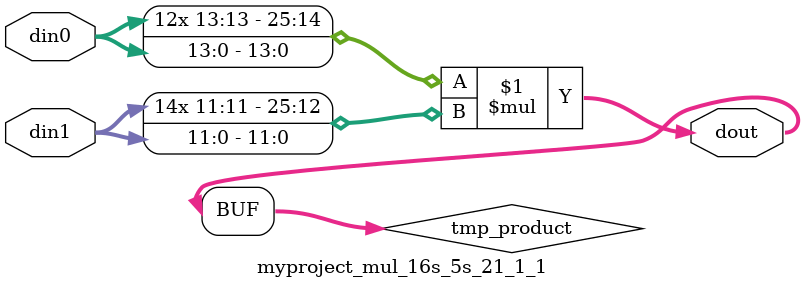
<source format=v>

`timescale 1 ns / 1 ps

 module myproject_mul_16s_5s_21_1_1(din0, din1, dout);
parameter ID = 1;
parameter NUM_STAGE = 0;
parameter din0_WIDTH = 14;
parameter din1_WIDTH = 12;
parameter dout_WIDTH = 26;

input [din0_WIDTH - 1 : 0] din0; 
input [din1_WIDTH - 1 : 0] din1; 
output [dout_WIDTH - 1 : 0] dout;

wire signed [dout_WIDTH - 1 : 0] tmp_product;



























assign tmp_product = $signed(din0) * $signed(din1);








assign dout = tmp_product;





















endmodule

</source>
